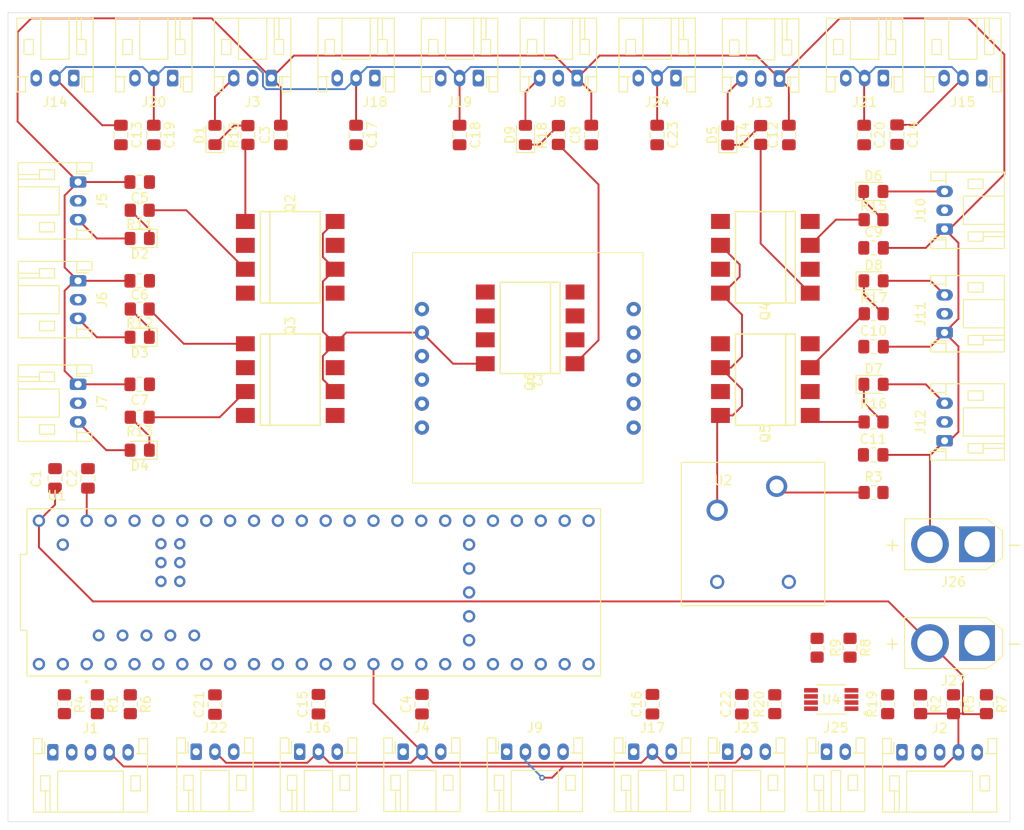
<source format=kicad_pcb>
(kicad_pcb (version 20240108) (generator "pcbnew") (generator_version "8.0")
  (layers (0 "F.Cu" signal) (31 "B.Cu" signal) (34 "B.Paste" user) (35 "F.Paste" user) (36 "B.SilkS" user "B.Silkscreen") (37 "F.SilkS" user "F.Silkscreen") (38 "B.Mask" user) (39 "F.Mask" user) (44 "Edge.Cuts" user))
  (net 0 "")
  (net 1 "+5V")
  (net 2 "GND")
  (net 3 "+3.3V")
  (net 4 "+12V")
  (net 5 "OCT_FL")
  (net 6 "Net-(D1-K)")
  (net 7 "Net-(D2-K)")
  (net 8 "OCT_45L")
  (net 9 "Net-(D3-K)")
  (net 10 "OCT_60L")
  (net 11 "Net-(D4-K)")
  (net 12 "OCT_90L")
  (net 13 "Net-(D5-K)")
  (net 14 "OCT_FR")
  (net 15 "Net-(D6-K)")
  (net 16 "OCT_45R")
  (net 17 "Net-(D7-K)")
  (net 18 "OCT_90R")
  (net 19 "Net-(D8-K)")
  (net 20 "OCT_60R")
  (net 21 "OCT_Mid")
  (net 22 "Net-(D9-K)")
  (net 23 "EncL_Pin2")
  (net 24 "EncL_Pin3")
  (net 25 "EncL_Pin5")
  (net 26 "EncR_Pin5")
  (net 27 "EncR_Pin2")
  (net 28 "EncR_Pin3")
  (net 29 "StartMod")
  (net 30 "LCD_SCL")
  (net 31 "LCD_SDA")
  (net 32 "LS_LF1")
  (net 33 "LS_RF1")
  (net 34 "LS_BL1")
  (net 35 "LS_BR1")
  (net 36 "LS_PlowLeft")
  (net 37 "LS_PlowMid")
  (net 38 "LS_LF2")
  (net 39 "LS_RF2")
  (net 40 "LS_BL2")
  (net 41 "LS_BR2")
  (net 42 "LS_PlowRight")
  (net 43 "Signal1")
  (net 44 "Signal2")
  (net 45 "DS_45L")
  (net 46 "Net-(Q2-Pad1)")
  (net 47 "DS_FL")
  (net 48 "Net-(Q2-Pad3)")
  (net 49 "Net-(Q3-Pad3)")
  (net 50 "DS_90L")
  (net 51 "DS_60L")
  (net 52 "Net-(Q3-Pad1)")
  (net 53 "Net-(Q4-Pad3)")
  (net 54 "DS_FR")
  (net 55 "Net-(Q4-Pad1)")
  (net 56 "DS_45R")
  (net 57 "DS_90R")
  (net 58 "Net-(Q5-Pad1)")
  (net 59 "Net-(Q5-Pad3)")
  (net 60 "DS_60R")
  (net 63 "DS_Mid")
  (net 64 "Net-(Q6-Pad1)")
  (net 67 "Button1")
  (net 68 "MD_InputSignal2")
  (net 69 "MD_InputSignal1")
  (net 78 "IMU_INT1")
  (net 81 "IMU_CS")
  (net 82 "IMU_SDA")
  (net 85 "IMU_INT2")
  (net 88 "IMU_SCL")
  (footprint "Capacitor_SMD:C_0805_2012Metric_Pad1.18x1.45mm_HandSolder" (layer "F.Cu") (at 125.48 65.94 90)
    (property "Reference" "C3")
    (property "Value" "0.1uF")
  )
  (footprint "Connector_JST:JST_PH_S3B-PH-K_1x03_P2.00mm_Horizontal" (layer "F.Cu") (at 103.93 81.44 -90)
    (property "Reference" "J6")
    (property "Value" "DS_60L")
  )
  (footprint "LED_SMD:LED_0805_2012Metric_Pad1.15x1.40mm_HandSolder" (layer "F.Cu") (at 151.48 65.94 90)
    (property "Reference" "D9")
    (property "Value" "LED")
  )
  (footprint "Connector_JST:JST_PH_S3B-PH-K_1x03_P2.00mm_Horizontal" (layer "F.Cu") (at 196.03 86.94 90)
    (property "Reference" "J11")
    (property "Value" "DS_60R")
  )
  (footprint "Connector_JST:JST_PH_S3B-PH-K_1x03_P2.00mm_Horizontal" (layer "F.Cu") (at 116.48 131.49)
    (property "Reference" "J22")
    (property "Value" "LS_BL2")
  )
  (footprint "Resistor_SMD:R_0805_2012Metric_Pad1.20x1.40mm_HandSolder" (layer "F.Cu") (at 105.98 126.44 -90)
    (property "Reference" "R1")
    (property "Value" "2.7k")
  )
  (footprint "LMV358IDGKRG4:SOP65P490X110-8N" (layer "F.Cu") (at 183.98 125.94 180)
    (property "Reference" "U4")
    (property "Value" "LMV358IDGKRG4")
  )
  (footprint "Resistor_SMD:R_0805_2012Metric_Pad1.20x1.40mm_HandSolder" (layer "F.Cu") (at 188.48 96.44 180)
    (property "Reference" "R16")
    (property "Value" "500")
  )
  (footprint "Resistor_SMD:R_0805_2012Metric_Pad1.20x1.40mm_HandSolder" (layer "F.Cu") (at 110.48 84.44)
    (property "Reference" "R12")
    (property "Value" "500")
  )
  (footprint "Capacitor_SMD:C_0805_2012Metric_Pad1.18x1.45mm_HandSolder" (layer "F.Cu") (at 187.48 65.94 -90)
    (property "Reference" "C20")
    (property "Value" "0.1uF")
  )
  (footprint "Capacitor_SMD:C_0805_2012Metric_Pad1.18x1.45mm_HandSolder" (layer "F.Cu") (at 188.4425 99.94)
    (property "Reference" "C11")
    (property "Value" "0.1uF")
  )
  (footprint "Connector_JST:JST_PH_S3B-PH-K_1x03_P2.00mm_Horizontal" (layer "F.Cu") (at 127.48 131.49)
    (property "Reference" "J16")
    (property "Value" "LS_BL1")
  )
  (footprint "LED_SMD:LED_0805_2012Metric_Pad1.15x1.40mm_HandSolder" (layer "F.Cu") (at 188.48 81.44)
    (property "Reference" "D8")
    (property "Value" "LED")
  )
  (footprint "Capacitor_SMD:C_0805_2012Metric_Pad1.18x1.45mm_HandSolder" (layer "F.Cu") (at 110.48 81.44 180)
    (property "Reference" "C6")
    (property "Value" "0.1uF")
  )
  (footprint "Resistor_SMD:R_0805_2012Metric_Pad1.20x1.40mm_HandSolder" (layer "F.Cu") (at 154.98 65.94 -90)
    (property "Reference" "R18")
    (property "Value" "500")
  )
  (footprint "Connector_JST:JST_PH_S5B-PH-K_1x05_P2.00mm_Horizontal" (layer "F.Cu") (at 191.5 131.55)
    (property "Reference" "J2")
    (property "Value" "Encoder_Right")
  )
  (footprint "LTV826:DIL8-SMD" (layer "F.Cu") (at 126.48 91.94 -90)
    (property "Reference" "Q3")
    (property "Value" "LTV-826S")
  )
  (footprint "Connector_JST:JST_PH_S3B-PH-K_1x03_P2.00mm_Horizontal" (layer "F.Cu") (at 113.98 59.89 180)
    (property "Reference" "J20")
    (property "Value" "LS_LF2")
  )
  (footprint "Connector_JST:JST_PH_S3B-PH-K_1x03_P2.00mm_Horizontal" (layer "F.Cu") (at 156.98 59.89 180)
    (property "Reference" "J8")
    (property "Value" "DS_Mid")
  )
  (footprint "DEV-16771:MODULE_DEV-16771" (layer "F.Cu") (at 128.98 114.56)
    (property "Reference" "U1")
    (property "Value" "DEV-16771")
  )
  (footprint "LTV826:DIL8-SMD" (layer "F.Cu") (at 176.98 78.94 90)
    (property "Reference" "Q4")
    (property "Value" "LTV-826S")
  )
  (footprint "Resistor_SMD:R_0805_2012Metric_Pad1.20x1.40mm_HandSolder" (layer "F.Cu") (at 110.48 95.94)
    (property "Reference" "R13")
    (property "Value" "500")
  )
  (footprint "Capacitor_SMD:C_0805_2012Metric_Pad1.18x1.45mm_HandSolder" (layer "F.Cu") (at 133.48 65.94 -90)
    (property "Reference" "C17")
    (property "Value" "0.1uF")
  )
  (footprint "Resistor_SMD:R_0805_2012Metric_Pad1.20x1.40mm_HandSolder" (layer "F.Cu") (at 102.48 126.44 -90)
    (property "Reference" "R4")
    (property "Value" "2.7k")
  )
  (footprint "LTV826:DIL8-SMD" (layer "F.Cu") (at 176.98 91.94 90)
    (property "Reference" "Q5")
    (property "Value" "LTV-826S")
  )
  (footprint "Connector_JST:JST_PH_S3B-PH-K_1x03_P2.00mm_Horizontal" (layer "F.Cu") (at 103.48 59.89 180)
    (property "Reference" "J14")
    (property "Value" "LS_LF1")
  )
  (footprint "Connector_AMASS:AMASS_XT30U-F_1x02_P5.0mm_Vertical" (layer "F.Cu") (at 199.48 109.44 180)
    (property "Reference" "J26")
    (property "Value" "12vPower")
  )
  (footprint "LED_SMD:LED_0805_2012Metric_Pad1.15x1.40mm_HandSolder" (layer "F.Cu") (at 110.48 87.44 180)
    (property "Reference" "D3")
    (property "Value" "LED")
  )
  (footprint "Capacitor_SMD:C_0805_2012Metric_Pad1.18x1.45mm_HandSolder" (layer "F.Cu") (at 174.48 126.44 90)
    (property "Reference" "C22")
    (property "Value" "0.1uF")
  )
  (footprint "MX1A-11NN:CHERRY_MX1A-11NN_SWITCH" (layer "F.Cu") (at 175.67 108.36)
    (property "Reference" "U2")
    (property "Value" "Button1")
  )
  (footprint "Capacitor_SMD:C_0805_2012Metric_Pad1.18x1.45mm_HandSolder" (layer "F.Cu") (at 165.48 65.94 -90)
    (property "Reference" "C23")
    (property "Value" "0.1uF")
  )
  (footprint "Capacitor_SMD:C_0805_2012Metric_Pad1.18x1.45mm_HandSolder" (layer "F.Cu") (at 104.98 102.44 90)
    (property "Reference" "C2")
    (property "Value" "0.1uF")
  )
  (footprint "Connector_JST:JST_PH_S3B-PH-K_1x03_P2.00mm_Horizontal" (layer "F.Cu") (at 167.48 59.89 180)
    (property "Reference" "J24")
    (property "Value" "LS_PlowRight")
  )
  (footprint "Capacitor_SMD:C_0805_2012Metric_Pad1.18x1.45mm_HandSolder" (layer "F.Cu") (at 111.98 65.94 -90)
    (property "Reference" "C19")
    (property "Value" "0.1uF")
  )
  (footprint "LED_SMD:LED_0805_2012Metric_Pad1.15x1.40mm_HandSolder" (layer "F.Cu") (at 118.48 65.94 90)
    (property "Reference" "D1")
    (property "Value" "LED")
  )
  (footprint "Resistor_SMD:R_0805_2012Metric_Pad1.20x1.40mm_HandSolder" (layer "F.Cu") (at 121.98 65.94 -90)
    (property "Reference" "R10")
    (property "Value" "500")
  )
  (footprint "LTV826:DIL8-SMD" (layer "F.Cu") (at 151.98 86.44 90)
    (property "Reference" "Q6")
    (property "Value" "LTV-826S")
  )
  (footprint "Capacitor_SMD:C_0805_2012Metric_Pad1.18x1.45mm_HandSolder" (layer "F.Cu") (at 164.98 126.44 90)
    (property "Reference" "C16")
    (property "Value" "0.1uF")
  )
  (footprint "Resistor_SMD:R_0805_2012Metric_Pad1.20x1.40mm_HandSolder" (layer "F.Cu") (at 196.98 126.44 -90)
    (property "Reference" "R5")
    (property "Value" "2.7k")
  )
  (footprint "Connector_AMASS:AMASS_XT30U-F_1x02_P5.0mm_Vertical" (layer "F.Cu") (at 199.48 119.94 180)
    (property "Reference" "J27")
    (property "Value" "5vPower")
  )
  (footprint "Connector_JST:JST_PH_S3B-PH-K_1x03_P2.00mm_Horizontal" (layer "F.Cu") (at 196.03 75.94 90)
    (property "Reference" "J10")
    (property "Value" "DS_45R")
  )
  (footprint "Resistor_SMD:R_0805_2012Metric_Pad1.20x1.40mm_HandSolder" (layer "F.Cu") (at 110.48 73.94)
    (property "Reference" "R11")
    (property "Value" "500")
  )
  (footprint "LED_SMD:LED_0805_2012Metric_Pad1.15x1.40mm_HandSolder" (layer "F.Cu") (at 172.98 65.965 90)
    (property "Reference" "D5")
    (property "Value" "LED")
  )
  (footprint "Resistor_SMD:R_0805_2012Metric_Pad1.20x1.40mm_HandSolder" (layer "F.Cu") (at 188.48 74.94 180)
    (property "Reference" "R15")
    (property "Value" "500")
  )
  (footprint "Connector_JST:JST_PH_S2B-PH-K_1x02_P2.00mm_Horizontal" (layer "F.Cu") (at 183.48 131.49)
    (property "Reference" "J25")
    (property "Value" "SignalsToMD")
  )
  (footprint "Capacitor_SMD:C_0805_2012Metric_Pad1.18x1.45mm_HandSolder" (layer "F.Cu") (at 158.48 65.94 90)
    (property "Reference" "C8")
    (property "Value" "0.1uF")
  )
  (footprint "Resistor_SMD:R_0805_2012Metric_Pad1.20x1.40mm_HandSolder" (layer "F.Cu") (at 182.48 120.44 90)
    (property "Reference" "R9")
    (property "Value" "2000")
  )
  (footprint "Capacitor_SMD:C_0805_2012Metric_Pad1.18x1.45mm_HandSolder" (layer "F.Cu") (at 129.48 126.44 90)
    (property "Reference" "C15")
    (property "Value" "0.1uF")
  )
  (footprint "Connector_JST:JST_PH_S3B-PH-K_1x03_P2.00mm_Horizontal" (layer "F.Cu") (at 199.98 59.89 180)
    (property "Reference" "J15")
    (property "Value" "LS_RF1")
  )
  (footprint "Capacitor_SMD:C_0805_2012Metric_Pad1.18x1.45mm_HandSolder" (layer "F.Cu") (at 140.48 126.44 90)
    (property "Reference" "C4")
    (property "Value" "0.1uF")
  )
  (footprint "Connector_JST:JST_PH_S3B-PH-K_1x03_P2.00mm_Horizontal" (layer "F.Cu") (at 135.48 59.89 180)
    (property "Reference" "J18")
    (property "Value" "LS_PlowLeft")
  )
  (footprint "Resistor_SMD:R_0805_2012Metric_Pad1.20x1.40mm_HandSolder" (layer "F.Cu") (at 188.5 84.94 180)
    (property "Reference" "R17")
    (property "Value" "500")
  )
  (footprint "LTV826:DIL8-SMD" (layer "F.Cu") (at 126.48 78.94 -90)
    (property "Reference" "Q2")
    (property "Value" "LTV-826S")
  )
  (footprint "Resistor_SMD:R_0805_2012Metric_Pad1.20x1.40mm_HandSolder" (layer "F.Cu") (at 189.98 126.44 90)
    (property "Reference" "R19")
    (property "Value" "1000")
  )
  (footprint "BMI323:SEN-21325" (layer "F.Cu") (at 151.98 90.94)
    (property "Reference" "U3")
    (property "Value" "~" (hide yes))
  )
  (footprint "Capacitor_SMD:C_0805_2012Metric_Pad1.18x1.45mm_HandSolder" (layer "F.Cu") (at 188.48 77.94)
    (property "Reference" "C9")
    (property "Value" "0.1uF")
  )
  (footprint "LED_SMD:LED_0805_2012Metric_Pad1.15x1.40mm_HandSolder" (layer "F.Cu") (at 188.455 71.94)
    (property "Reference" "D6")
    (property "Value" "LED")
  )
  (footprint "LED_SMD:LED_0805_2012Metric_Pad1.15x1.40mm_HandSolder" (layer "F.Cu") (at 188.48 92.44)
    (property "Reference" "D7")
    (property "Value" "LED")
  )
  (footprint "Capacitor_SMD:C_0805_2012Metric_Pad1.18x1.45mm_HandSolder" (layer "F.Cu") (at 101.48 102.44 -90)
    (property "Reference" "C1")
    (property "Value" "0.1uF")
  )
  (footprint "Connector_JST:JST_PH_S3B-PH-K_1x03_P2.00mm_Horizontal" (layer "F.Cu") (at 124.48 59.89 180)
    (property "Reference" "J3")
    (property "Value" "DS_FL")
  )
  (footprint "Connector_JST:JST_PH_S3B-PH-K_1x03_P2.00mm_Horizontal" (layer "F.Cu") (at 138.48 131.49)
    (property "Reference" "J4")
    (property "Value" "Start Module")
  )
  (footprint "Capacitor_SMD:C_0805_2012Metric_Pad1.18x1.45mm_HandSolder" (layer "F.Cu") (at 118.48 126.4775 90)
    (property "Reference" "C21")
    (property "Value" "0.1uF")
  )
  (footprint "Connector_JST:JST_PH_S3B-PH-K_1x03_P2.00mm_Horizontal" (layer "F.Cu") (at 172.98 131.49)
    (property "Reference" "J23")
    (property "Value" "LS_BR2")
  )
  (footprint "Resistor_SMD:R_0805_2012Metric_Pad1.20x1.40mm_HandSolder" (layer "F.Cu") (at 200.48 126.44 -90)
    (property "Reference" "R7")
    (property "Value" "2.7k")
  )
  (footprint "Connector_JST:JST_PH_S4B-PH-K_1x04_P2.00mm_Horizontal" (layer "F.Cu") (at 149.48 131.49)
    (property "Reference" "J9")
    (property "Value" "LCD_Screen")
  )
  (footprint "Resistor_SMD:R_0805_2012Metric_Pad1.20x1.40mm_HandSolder" (layer "F.Cu") (at 177.98 126.44 90)
    (property "Reference" "R20")
    (property "Value" "1000")
  )
  (footprint "Connector_JST:JST_PH_S3B-PH-K_1x03_P2.00mm_Horizontal" (layer "F.Cu") (at 162.98 131.49)
    (property "Reference" "J17")
    (property "Value" "LS_BR1")
  )
  (footprint "Connector_JST:JST_PH_S3B-PH-K_1x03_P2.00mm_Horizontal" (layer "F.Cu") (at 146.48 59.89 180)
    (property "Reference" "J19")
    (property "Value" "LS_PlowMid")
  )
  (footprint "Capacitor_SMD:C_0805_2012Metric_Pad1.18x1.45mm_HandSolder" (layer "F.Cu") (at 188.48 88.44)
    (property "Reference" "C10")
    (property "Value" "0.1uF")
  )
  (footprint "Connector_JST:JST_PH_S3B-PH-K_1x03_P2.00mm_Horizontal" (layer "F.Cu") (at 178.48 59.94 180)
    (property "Reference" "J13")
    (property "Value" "DS_FR")
  )
  (footprint "Capacitor_SMD:C_0805_2012Metric_Pad1.18x1.45mm_HandSolder" (layer "F.Cu") (at 144.48 65.94 -90)
    (property "Reference" "C18")
    (property "Value" "0.1uF")
  )
  (footprint "Resistor_SMD:R_0805_2012Metric_Pad1.20x1.40mm_HandSolder" (layer "F.Cu") (at 188.48 103.94)
    (property "Reference" "R3")
    (property "Value" "4.7k")
  )
  (footprint "LED_SMD:LED_0805_2012Metric_Pad1.15x1.40mm_HandSolder" (layer "F.Cu") (at 110.48 76.94 180)
    (property "Reference" "D2")
    (property "Value" "LED")
  )
  (footprint "Connector_JST:JST_PH_S3B-PH-K_1x03_P2.00mm_Horizontal" (layer "F.Cu") (at 196.03 98.44 90)
    (property "Reference" "J12")
    (property "Value" "DS_90R")
  )
  (footprint "Capacitor_SMD:C_0805_2012Metric_Pad1.18x1.45mm_HandSolder" (layer "F.Cu") (at 110.48 92.44 180)
    (property "Reference" "C7")
    (property "Value" "0.1uF")
  )
  (footprint "Connector_JST:JST_PH_S3B-PH-K_1x03_P2.00mm_Horizontal" (layer "F.Cu") (at 103.93 92.44 -90)
    (property "Reference" "J7")
    (property "Value" "DS_90L")
  )
  (footprint "Connector_JST:JST_PH_S5B-PH-K_1x05_P2.00mm_Horizontal" (layer "F.Cu") (at 101.25 131.55)
    (property "Reference" "J1")
    (property "Value" "Encoder_Left")
  )
  (footprint "Capacitor_SMD:C_0805_2012Metric_Pad1.18x1.45mm_HandSolder" (layer "F.Cu") (at 179.48 65.94 90)
    (property "Reference" "C12")
    (property "Value" "0.1uF")
  )
  (footprint "LED_SMD:LED_0805_2012Metric_Pad1.15x1.40mm_HandSolder" (layer "F.Cu") (at 110.48 99.44 180)
    (property "Reference" "D4")
    (property "Value" "LED")
  )
  (footprint "Capacitor_SMD:C_0805_2012Metric_Pad1.18x1.45mm_HandSolder" (layer "F.Cu") (at 110.48 70.94 180)
    (property "Reference" "C5")
    (property "Value" "0.1uF")
  )
  (footprint "Capacitor_SMD:C_0805_2012Metric_Pad1.18x1.45mm_HandSolder" (layer "F.Cu") (at 108.48 65.94 -90)
    (property "Reference" "C13")
    (property "Value" "0.1uF")
  )
  (footprint "Resistor_SMD:R_0805_2012Metric_Pad1.20x1.40mm_HandSolder" (layer "F.Cu") (at 176.48 65.94 -90)
    (property "Reference" "R14")
    (property "Value" "500")
  )
  (footprint "Resistor_SMD:R_0805_2012Metric_Pad1.20x1.40mm_HandSolder" (layer "F.Cu") (at 193.48 126.44 -90)
    (property "Reference" "R2")
    (property "Value" "2.7k")
  )
  (footprint "Resistor_SMD:R_0805_2012Metric_Pad1.20x1.40mm_HandSolder" (layer "F.Cu") (at 109.48 126.44 -90)
    (property "Reference" "R6")
    (property "Value" "2.7k")
  )
  (footprint "Connector_JST:JST_PH_S3B-PH-K_1x03_P2.00mm_Horizontal" (layer "F.Cu") (at 103.93 70.94 -90)
    (property "Reference" "J5")
    (property "Value" "DS_45L")
  )
  (footprint "Connector_JST:JST_PH_S3B-PH-K_1x03_P2.00mm_Horizontal" (layer "F.Cu") (at 189.53 59.89 180)
    (property "Reference" "J21")
    (property "Value" "LS_RF2")
  )
  (footprint "Resistor_SMD:R_0805_2012Metric_Pad1.20x1.40mm_HandSolder" (layer "F.Cu") (at 185.98 120.44 -90)
    (property "Reference" "R8")
    (property "Value" "2000")
  )
  (footprint "Capacitor_SMD:C_0805_2012Metric_Pad1.18x1.45mm_HandSolder" (layer "F.Cu") (at 190.98 65.9025 -90)
    (property "Reference" "C14")
    (property "Value" "0.1uF")
  )
  (gr_rect (start 96.48 52.94) (end 202.98 138.94) (stroke (width 0.05)) (fill none) (layer "Edge.Cuts"))
  (segment (start 200.42 127.5) (end 200.48 127.44) (width 0.2) (layer "F.Cu") (net 1))
  (segment (start 108.765 133.065) (end 107.25 131.55) (width 0.2) (layer "F.Cu") (net 1))
  (segment (start 99.77 109.77) (end 105.514 115.514) (width 0.2) (layer "F.Cu") (net 1))
  (segment (start 197.5 127.96) (end 196.98 127.44) (width 0.2) (layer "F.Cu") (net 1))
  (segment (start 197.98 123.44) (end 197.98 127.5) (width 0.2) (layer "F.Cu") (net 1))
  (segment (start 105.514 115.514) (end 190.054 115.514) (width 0.2) (layer "F.Cu") (net 1))
  (segment (start 153.25 134.25) (end 154.315 134.25) (width 0.2) (layer "F.Cu") (net 1))
  (segment (start 197.5 131.55) (end 197.5 127.96) (width 0.2) (layer "F.Cu") (net 1))
  (segment (start 196.98 127.44) (end 197.92 127.44) (width 0.2) (layer "F.Cu") (net 1))
  (segment (start 190.054 115.514) (end 194.48 119.94) (width 0.2) (layer "F.Cu") (net 1))
  (segment (start 194.48 119.94) (end 197.98 123.44) (width 0.2) (layer "F.Cu") (net 1))
  (segment (start 154.315 134.25) (end 155.5 133.065) (width 0.2) (layer "F.Cu") (net 1))
  (segment (start 155.5 133.065) (end 108.765 133.065) (width 0.2) (layer "F.Cu") (net 1))
  (segment (start 101.48 103.4775) (end 101.48 105.23) (width 0.2) (layer "F.Cu") (net 1))
  (segment (start 196.98 127.44) (end 193.48 127.44) (width 0.2) (layer "F.Cu") (net 1))
  (segment (start 197.5 131.55) (end 195.985 133.065) (width 0.2) (layer "F.Cu") (net 1))
  (segment (start 195.985 133.065) (end 155.5 133.065) (width 0.2) (layer "F.Cu") (net 1))
  (segment (start 99.77 106.94) (end 99.77 109.77) (width 0.2) (layer "F.Cu") (net 1))
  (segment (start 197.98 127.5) (end 200.42 127.5) (width 0.2) (layer "F.Cu") (net 1))
  (segment (start 101.48 105.23) (end 99.77 106.94) (width 0.2) (layer "F.Cu") (net 1))
  (segment (start 197.92 127.44) (end 197.98 127.5) (width 0.2) (layer "F.Cu") (net 1))
  (via (at 153.25 134.25) (size 0.6) (drill 0.3) (layers "F.Cu" "B.Cu") (net 1))
  (segment (start 151.48 132.48) (end 153.25 134.25) (width 0.2) (layer "B.Cu") (net 1))
  (segment (start 151.48 131.49) (end 151.48 132.48) (width 0.2) (layer "B.Cu") (net 1))
  (segment (start 121.71 82.75) (end 122.5 82.75) (width 0.2) (layer "F.Cu") (net 2))
  (segment (start 171.86 105.82) (end 171.86 96.1) (width 0.2) (layer "F.Cu") (net 3))
  (segment (start 172.21 90.67) (end 173.33 90.67) (width 0.2) (layer "F.Cu") (net 3))
  (segment (start 129.95 86.83) (end 129.95 81.51) (width 0.2) (layer "F.Cu") (net 3))
  (segment (start 193.005 64.865) (end 197.98 59.89) (width 0.2) (layer "F.Cu") (net 3))
  (segment (start 129.95 81.51) (end 131.25 80.21) (width 0.2) (layer "F.Cu") (net 3))
  (segment (start 174.5 85.04) (end 172.21 82.75) (width 0.2) (layer "F.Cu") (net 3))
  (segment (start 133.48 64.9025) (end 133.48 59.89) (width 0.2) (layer "F.Cu") (net 3))
  (segment (start 131.25 88.13) (end 129.95 86.83) (width 0.2) (layer "F.Cu") (net 3))
  (segment (start 173.33 90.67) (end 174.5 89.5) (width 0.2) (layer "F.Cu") (net 3))
  (segment (start 190.98 64.865) (end 193.005 64.865) (width 0.2) (layer "F.Cu") (net 3))
  (segment (start 106.4925 64.9025) (end 101.48 59.89) (width 0.2) (layer "F.Cu") (net 3))
  (segment (start 172.5 82.75) (end 174.25 81) (width 0.2) (layer "F.Cu") (net 3))
  (segment (start 130.655 132.665) (end 129.48 131.49) (width 0.2) (layer "F.Cu") (net 3))
  (segment (start 129.95 78.91) (end 129.95 76.43) (width 0.2) (layer "F.Cu") (net 3))
  (segment (start 111.98 64.9025) (end 111.98 59.89) (width 0.2) (layer "F.Cu") (net 3))
  (segment (start 131.25 88.13) (end 129.95 89.43) (width 0.2) (layer "F.Cu") (net 3))
  (segment (start 171.86 96.1) (end 172.21 95.75) (width 0.2) (layer "F.Cu") (net 3))
  (segment (start 187.48 64.9025) (end 187.48 59.94) (width 0.2) (layer "F.Cu") (net 3))
  (segment (start 172.21 95.75) (end 173.5 95.75) (width 0.2) (layer "F.Cu") (net 3))
  (segment (start 173.5 95.75) (end 174.5 94.75) (width 0.2) (layer "F.Cu") (net 3))
  (segment (start 139.305 132.665) (end 130.655 132.665) (width 0.2) (layer "F.Cu") (net 3))
  (segment (start 129.95 76.43) (end 131.25 75.13) (width 0.2) (layer "F.Cu") (net 3))
  (segment (start 144.48 64.9025) (end 144.48 59.89) (width 0.2) (layer "F.Cu") (net 3))
  (segment (start 119.655 132.665) (end 118.48 131.49) (width 0.2) (layer "F.Cu") (net 3))
  (segment (start 132.44 86.94) (end 131.25 88.13) (width 0.2) (layer "F.Cu") (net 3))
  (segment (start 141.655 132.665) (end 163.805 132.665) (width 0.2) (layer "F.Cu") (net 3))
  (segment (start 165.48 64.9025) (end 165.48 59.89) (width 0.2) (layer "F.Cu") (net 3))
  (segment (start 174.25 81) (end 174.25 79.71) (width 0.2) (layer "F.Cu") (net 3))
  (segment (start 104.85 106.94) (end 104.85 103.6075) (width 0.2) (layer "F.Cu") (net 3))
  (segment (start 172.21 82.75) (end 172.5 82.75) (width 0.2) (layer "F.Cu") (net 3))
  (segment (start 187.48 59.94) (end 187.53 59.89) (width 0.2) (layer "F.Cu") (net 3))
  (segment (start 104.85 103.6075) (end 104.98 103.4775) (width 0.2) (layer "F.Cu") (net 3))
  (segment (start 173.805 132.665) (end 174.98 131.49) (width 0.2) (layer "F.Cu") (net 3))
  (segment (start 163.805 132.665) (end 164.98 131.49) (width 0.2) (layer "F.Cu") (net 3))
  (segment (start 164.98 131.49) (end 166.155 132.665) (width 0.2) (layer "F.Cu") (net 3))
  (segment (start 140.48 86.94) (end 132.44 86.94) (width 0.2) (layer "F.Cu") (net 3))
  (segment (start 143.79 90.25) (end 140.48 86.94) (width 0.2) (layer "F.Cu") (net 3))
  (segment (start 129.95 89.43) (end 129.95 91.91) (width 0.2) (layer "F.Cu") (net 3))
  (segment (start 174.5 89.5) (end 174.5 85.04) (width 0.2) (layer "F.Cu") (net 3))
  (segment (start 128.305 132.665) (end 119.655 132.665) (width 0.2) (layer "F.Cu") (net 3))
  (segment (start 174.25 79.71) (end 172.21 77.67) (width 0.2) (layer "F.Cu") (net 3))
  (segment (start 135.33 126.34) (end 140.48 131.49) (width 0.2) (layer "F.Cu") (net 3))
  (segment (start 147.21 90.25) (end 143.79 90.25) (width 0.2) (layer "F.Cu") (net 3))
  (segment (start 129.48 131.49) (end 128.305 132.665) (width 0.2) (layer "F.Cu") (net 3))
  (segment (start 174.5 92.96) (end 172.21 90.67) (width 0.2) (layer "F.Cu") (net 3))
  (segment (start 129.95 91.91) (end 131.25 93.21) (width 0.2) (layer "F.Cu") (net 3))
  (segment (start 131.25 80.21) (end 129.95 78.91) (width 0.2) (layer "F.Cu") (net 3))
  (segment (start 166.155 132.665) (end 173.805 132.665) (width 0.2) (layer "F.Cu") (net 3))
  (segment (start 174.5 94.75) (end 174.5 92.96) (width 0.2) (layer "F.Cu") (net 3))
  (segment (start 135.33 122.18) (end 135.33 126.34) (width 0.2) (layer "F.Cu") (net 3))
  (segment (start 140.48 131.49) (end 141.655 132.665) (width 0.2) (layer "F.Cu") (net 3))
  (segment (start 140.48 131.49) (end 139.305 132.665) (width 0.2) (layer "F.Cu") (net 3))
  (segment (start 108.48 64.9025) (end 106.4925 64.9025) (width 0.2) (layer "F.Cu") (net 3))
  (segment (start 196.805 58.715) (end 197.98 59.89) (width 0.2) (layer "B.Cu") (net 3))
  (segment (start 132.305 61.065) (end 123.895256 61.065) (width 0.2) (layer "B.Cu") (net 3))
  (segment (start 102.655 58.715) (end 101.48 59.89) (width 0.2) (layer "B.Cu") (net 3))
  (segment (start 145.655 58.715) (end 164.305 58.715) (width 0.2) (layer "B.Cu") (net 3))
  (segment (start 143.305 58.715) (end 144.48 59.89) (width 0.2) (layer "B.Cu") (net 3))
  (segment (start 166.655 58.715) (end 186.355 58.715) (width 0.2) (layer "B.Cu") (net 3))
  (segment (start 144.48 59.89) (end 145.655 58.715) (width 0.2) (layer "B.Cu") (net 3))
  (segment (start 122.965 58.715) (end 113.155 58.715) (width 0.2) (layer "B.Cu") (net 3))
  (segment (start 165.48 59.89) (end 166.655 58.715) (width 0.2) (layer "B.Cu") (net 3))
  (segment (start 113.155 58.715) (end 111.98 59.89) (width 0.2) (layer "B.Cu") (net 3))
  (segment (start 133.48 59.89) (end 132.305 61.065) (width 0.2) (layer "B.Cu") (net 3))
  (segment (start 123.895256 61.065) (end 123.58 60.749744) (width 0.2) (layer "B.Cu") (net 3))
  (segment (start 134.655 58.715) (end 143.305 58.715) (width 0.2) (layer "B.Cu") (net 3))
  (segment (start 187.53 59.89) (end 188.705 58.715) (width 0.2) (layer "B.Cu") (net 3))
  (segment (start 111.98 59.89) (end 110.805 58.715) (width 0.2) (layer "B.Cu") (net 3))
  (segment (start 188.705 58.715) (end 196.805 58.715) (width 0.2) (layer "B.Cu") (net 3))
  (segment (start 123.58 60.749744) (end 123.58 59.33) (width 0.2) (layer "B.Cu") (net 3))
  (segment (start 133.48 59.89) (end 134.655 58.715) (width 0.2) (layer "B.Cu") (net 3))
  (segment (start 110.805 58.715) (end 102.655 58.715) (width 0.2) (layer "B.Cu") (net 3))
  (segment (start 123.58 59.33) (end 122.965 58.715) (width 0.2) (layer "B.Cu") (net 3))
  (segment (start 164.305 58.715) (end 165.48 59.89) (width 0.2) (layer "B.Cu") (net 3))
  (segment (start 186.355 58.715) (end 187.53 59.89) (width 0.2) (layer "B.Cu") (net 3))
  (segment (start 98.96 53.54) (end 97.5 55) (width 0.2) (layer "F.Cu") (net 4))
  (segment (start 194.03 77.94) (end 196.03 75.94) (width 0.2) (layer "F.Cu") (net 4))
  (segment (start 197.5 97.5) (end 197.5 88.41) (width 0.2) (layer "F.Cu") (net 4))
  (segment (start 103.56 81.44) (end 102.5 82.5) (width 0.2) (layer "F.Cu") (net 4))
  (segment (start 97.5 64.51) (end 103.93 70.94) (width 0.2) (layer "F.Cu") (net 4))
  (segment (start 189.48 99.94) (end 194.53 99.94) (width 0.2) (layer "F.Cu") (net 4))
  (segment (start 189.5175 88.44) (end 194.53 88.44) (width 0.2) (layer "F.Cu") (net 4))
  (segment (start 194.53 88.44) (end 196.03 86.94) (width 0.2) (layer "F.Cu") (net 4))
  (segment (start 194.53 99.94) (end 196.03 98.44) (width 0.2) (layer "F.Cu") (net 4))
  (segment (start 158.48 61.39) (end 156.98 59.89) (width 0.2) (layer "F.Cu") (net 4))
  (segment (start 154.59 57.5) (end 126.87 57.5) (width 0.2) (layer "F.Cu") (net 4))
  (segment (start 102.5 80.01) (end 103.93 81.44) (width 0.2) (layer "F.Cu") (net 4))
  (segment (start 158.48 64.9025) (end 158.48 61.39) (width 0.2) (layer "F.Cu") (net 4))
  (segment (start 103.93 70.94) (end 102.5 72.37) (width 0.2) (layer "F.Cu") (net 4))
  (segment (start 198.54 53.54) (end 184.88 53.54) (width 0.2) (layer "F.Cu") (net 4))
  (segment (start 97.5 55) (end 97.5 64.51) (width 0.2) (layer "F.Cu") (net 4))
  (segment (start 109.4425 92.44) (end 103.93 92.44) (width 0.2) (layer "F.Cu") (net 4))
  (segment (start 197.5 88.41) (end 196.03 86.94) (width 0.2) (layer "F.Cu") (net 4))
  (segment (start 189.5175 77.94) (end 194.03 77.94) (width 0.2) (layer "F.Cu") (net 4))
  (segment (start 102.5 72.37) (end 102.5 80.01) (width 0.2) (layer "F.Cu") (net 4))
  (segment (start 126.87 57.5) (end 124.48 59.89) (width 0.2) (layer "F.Cu") (net 4))
  (segment (start 184.88 53.54) (end 178.48 59.94) (width 0.2) (layer "F.Cu") (net 4))
  (segment (start 176.04 57.5) (end 159.37 57.5) (width 0.2) (layer "F.Cu") (net 4))
  (segment (start 102.5 91.01) (end 103.93 92.44) (width 0.2) (layer "F.Cu") (net 4))
  (segment (start 178.48 59.94) (end 176.04 57.5) (width 0.2) (layer "F.Cu") (net 4))
  (segment (start 179.48 60.94) (end 178.48 59.94) (width 0.2) (layer "F.Cu") (net 4))
  (segment (start 156.98 59.89) (end 154.59 57.5) (width 0.2) (layer "F.Cu") (net 4))
  (segment (start 196.03 75.94) (end 196.56 75.94) (width 0.2) (layer "F.Cu") (net 4))
  (segment (start 102.5 82.5) (end 102.5 91.01) (width 0.2) (layer "F.Cu") (net 4))
  (segment (start 197.5 77.41) (end 196.03 75.94) (width 0.2) (layer "F.Cu") (net 4))
  (segment (start 202.38 70.12) (end 202.38 57.38) (width 0.2) (layer "F.Cu") (net 4))
  (segment (start 194.48 109.44) (end 194.48 99.99) (width 0.2) (layer "F.Cu") (net 4))
  (segment (start 202.38 57.38) (end 198.54 53.54) (width 0.2) (layer "F.Cu") (net 4))
  (segment (start 125.48 60.89) (end 124.48 59.89) (width 0.2) (layer "F.Cu") (net 4))
  (segment (start 109.4425 70.94) (end 103.93 70.94) (width 0.2) (layer "F.Cu") (net 4))
  (segment (start 196.03 86.94) (end 197.5 85.47) (width 0.2) (layer "F.Cu") (net 4))
  (segment (start 194.48 99.99) (end 196.03 98.44) (width 0.2) (layer "F.Cu") (net 4))
  (segment (start 124.48 59.89) (end 118.13 53.54) (width 0.2) (layer "F.Cu") (net 4))
  (segment (start 179.48 64.9025) (end 179.48 60.94) (width 0.2) (layer "F.Cu") (net 4))
  (segment (start 118.13 53.54) (end 98.96 53.54) (width 0.2) (layer "F.Cu") (net 4))
  (segment (start 196.03 98.44) (end 196.56 98.44) (width 0.2) (layer "F.Cu") (net 4))
  (segment (start 109.4425 81.44) (end 103.93 81.44) (width 0.2) (layer "F.Cu") (net 4))
  (segment (start 125.48 64.9025) (end 125.48 60.89) (width 0.2) (layer "F.Cu") (net 4))
  (segment (start 103.93 81.44) (end 103.56 81.44) (width 0.2) (layer "F.Cu") (net 4))
  (segment (start 159.37 57.5) (end 156.98 59.89) (width 0.2) (layer "F.Cu") (net 4))
  (segment (start 196.56 98.44) (end 197.5 97.5) (width 0.2) (layer "F.Cu") (net 4))
  (segment (start 196.56 75.94) (end 202.38 70.12) (width 0.2) (layer "F.Cu") (net 4))
  (segment (start 197.5 85.47) (end 197.5 77.41) (width 0.2) (layer "F.Cu") (net 4))
  (segment (start 118.48 64.915) (end 118.48 61.89) (width 0.2) (layer "F.Cu") (net 5))
  (segment (start 118.48 61.89) (end 120.48 59.89) (width 0.2) (layer "F.Cu") (net 5))
  (segment (start 121.98 64.94) (end 120.505 64.94) (width 0.2) (layer "F.Cu") (net 6))
  (segment (start 120.505 64.94) (end 118.48 66.965) (width 0.2) (layer "F.Cu") (net 6))
  (segment (start 111.505 76.94) (end 111.505 75.965) (width 0.2) (layer "F.Cu") (net 7))
  (segment (start 111.505 75.965) (end 109.48 73.94) (width 0.2) (layer "F.Cu") (net 7))
  (segment (start 105.93 76.94) (end 103.93 74.94) (width 0.2) (layer "F.Cu") (net 8))
  (segment (start 109.455 76.94) (end 105.93 76.94) (width 0.2) (layer "F.Cu") (net 8))
  (segment (start 111.505 86.465) (end 109.48 84.44) (width 0.2) (layer "F.Cu") (net 9))
  (segment (start 111.505 87.44) (end 111.505 86.465) (width 0.2) (layer "F.Cu") (net 9))
  (segment (start 109.455 87.44) (end 105.93 87.44) (width 0.2) (layer "F.Cu") (net 10))
  (segment (start 105.93 87.44) (end 103.93 85.44) (width 0.2) (layer "F.Cu") (net 10))
  (segment (start 111.505 97.965) (end 109.48 95.94) (width 0.2) (layer "F.Cu") (net 11))
  (segment (start 111.505 99.44) (end 111.505 97.965) (width 0.2) (layer "F.Cu") (net 11))
  (segment (start 106.93 99.44) (end 103.93 96.44) (width 0.2) (layer "F.Cu") (net 12))
  (segment (start 109.455 99.44) (end 106.93 99.44) (width 0.2) (layer "F.Cu") (net 12))
  (segment (start 172.98 66.99) (end 174.43 66.99) (width 0.2) (layer "F.Cu") (net 13))
  (segment (start 174.43 66.99) (end 176.48 64.94) (width 0.2) (layer "F.Cu") (net 13))
  (segment (start 172.98 61.44) (end 174.48 59.94) (width 0.2) (layer "F.Cu") (net 14))
  (segment (start 172.98 64.94) (end 172.98 61.44) (width 0.2) (layer "F.Cu") (net 14))
  (segment (start 187.43 71.94) (end 187.43 72.89) (width 0.2) (layer "F.Cu") (net 15))
  (segment (start 187.43 72.89) (end 189.48 74.94) (width 0.2) (layer "F.Cu") (net 15))
  (segment (start 189.48 71.94) (end 196.03 71.94) (width 0.2) (layer "F.Cu") (net 16))
  (segment (start 187.455 94.415) (end 189.48 96.44) (width 0.2) (layer "F.Cu") (net 17))
  (segment (start 187.455 92.44) (end 187.455 94.415) (width 0.2) (layer "F.Cu") (net 17))
  (segment (start 194.03 92.44) (end 196.03 94.44) (width 0.2) (layer "F.Cu") (net 18))
  (segment (start 189.505 92.44) (end 194.03 92.44) (width 0.2) (layer "F.Cu") (net 18))
  (segment (start 187.455 81.44) (end 187.455 82.895) (width 0.2) (layer "F.Cu") (net 19))
  (segment (start 187.455 82.895) (end 189.5 84.94) (width 0.2) (layer "F.Cu") (net 19))
  (segment (start 189.505 81.44) (end 194.53 81.44) (width 0.2) (layer "F.Cu") (net 20))
  (segment (start 194.53 81.44) (end 196.03 82.94) (width 0.2) (layer "F.Cu") (net 20))
  (segment (start 151.48 64.915) (end 151.48 61.39) (width 0.2) (layer "F.Cu") (net 21))
  (segment (start 151.48 61.39) (end 152.98 59.89) (width 0.2) (layer "F.Cu") (net 21))
  (segment (start 152.955 66.965) (end 154.98 64.94) (width 0.2) (layer "F.Cu") (net 22))
  (segment (start 151.48 66.965) (end 152.955 66.965) (width 0.2) (layer "F.Cu") (net 22))
  (segment (start 121.71 67.21) (end 121.98 66.94) (width 0.2) (layer "F.Cu") (net 46))
  (segment (start 121.71 75.13) (end 121.71 67.21) (width 0.2) (layer "F.Cu") (net 46))
  (segment (start 115.44 73.94) (end 121.71 80.21) (width 0.2) (layer "F.Cu") (net 48))
  (segment (start 111.48 73.94) (end 115.44 73.94) (width 0.2) (layer "F.Cu") (net 48))
  (segment (start 118.98 95.94) (end 121.71 93.21) (width 0.2) (layer "F.Cu") (net 49))
  (segment (start 111.48 95.94) (end 118.98 95.94) (width 0.2) (layer "F.Cu") (net 49))
  (segment (start 121.71 88.13) (end 115.17 88.13) (width 0.2) (layer "F.Cu") (net 52))
  (segment (start 115.17 88.13) (end 111.48 84.44) (width 0.2) (layer "F.Cu") (net 52))
  (segment (start 187.48 74.94) (end 184.48 74.94) (width 0.2) (layer "F.Cu") (net 53))
  (segment (start 184.48 74.94) (end 181.75 77.67) (width 0.2) (layer "F.Cu") (net 53))
  (segment (start 176.48 77.48) (end 181.75 82.75) (width 0.2) (layer "F.Cu") (net 55))
  (segment (start 176.48 66.94) (end 176.48 77.48) (width 0.2) (layer "F.Cu") (net 55))
  (segment (start 187.48 96.44) (end 182.44 96.44) (width 0.2) (layer "F.Cu") (net 58))
  (segment (start 182.44 96.44) (end 181.75 95.75) (width 0.2) (layer "F.Cu") (net 58))
  (segment (start 187.5 84.94) (end 187.48 84.94) (width 0.2) (layer "F.Cu") (net 59))
  (segment (start 187.48 84.94) (end 181.75 90.67) (width 0.2) (layer "F.Cu") (net 59))
  (segment (start 159.25 71.21) (end 159.25 87.75) (width 0.2) (layer "F.Cu") (net 64))
  (segment (start 154.98 66.94) (end 159.25 71.21) (width 0.2) (layer "F.Cu") (net 64))
  (segment (start 159.25 87.75) (end 156.75 90.25) (width 0.2) (layer "F.Cu") (net 64))
  (segment (start 187.48 103.94) (end 178.84 103.94) (width 0.2) (layer "F.Cu") (net 67))
  (segment (start 178.84 103.94) (end 178.18 103.28) (width 0.2) (layer "F.Cu") (net 67))
)
</source>
